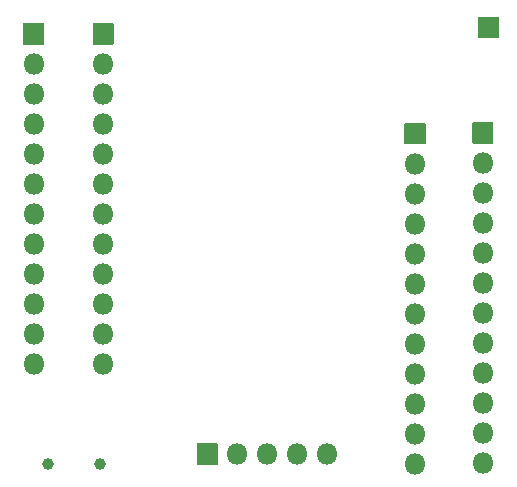
<source format=gbs>
G04 #@! TF.GenerationSoftware,KiCad,Pcbnew,5.1.7-a382d34a8~88~ubuntu18.04.1*
G04 #@! TF.CreationDate,2022-03-10T15:26:47+05:30*
G04 #@! TF.ProjectId,nrf52840_Dev_v1,6e726635-3238-4343-905f-4465765f7631,rev?*
G04 #@! TF.SameCoordinates,Original*
G04 #@! TF.FileFunction,Soldermask,Bot*
G04 #@! TF.FilePolarity,Negative*
%FSLAX46Y46*%
G04 Gerber Fmt 4.6, Leading zero omitted, Abs format (unit mm)*
G04 Created by KiCad (PCBNEW 5.1.7-a382d34a8~88~ubuntu18.04.1) date 2022-03-10 15:26:47*
%MOMM*%
%LPD*%
G01*
G04 APERTURE LIST*
%ADD10C,1.000000*%
%ADD11O,1.800000X1.800000*%
G04 APERTURE END LIST*
D10*
X92000000Y-88050000D03*
X87600000Y-88050000D03*
G36*
G01*
X124000000Y-51950000D02*
X124000000Y-50250000D01*
G75*
G02*
X124050000Y-50200000I50000J0D01*
G01*
X125750000Y-50200000D01*
G75*
G02*
X125800000Y-50250000I0J-50000D01*
G01*
X125800000Y-51950000D01*
G75*
G02*
X125750000Y-52000000I-50000J0D01*
G01*
X124050000Y-52000000D01*
G75*
G02*
X124000000Y-51950000I0J50000D01*
G01*
G37*
D11*
X111272000Y-87215600D03*
X108732000Y-87215600D03*
X106192000Y-87215600D03*
X103652000Y-87215600D03*
G36*
G01*
X101962000Y-88115600D02*
X100262000Y-88115600D01*
G75*
G02*
X100212000Y-88065600I0J50000D01*
G01*
X100212000Y-86365600D01*
G75*
G02*
X100262000Y-86315600I50000J0D01*
G01*
X101962000Y-86315600D01*
G75*
G02*
X102012000Y-86365600I0J-50000D01*
G01*
X102012000Y-88065600D01*
G75*
G02*
X101962000Y-88115600I-50000J0D01*
G01*
G37*
X118700000Y-88040000D03*
X118700000Y-85500000D03*
X118700000Y-82960000D03*
X118700000Y-80420000D03*
X118700000Y-77880000D03*
X118700000Y-75340000D03*
X118700000Y-72800000D03*
X118700000Y-70260000D03*
X118700000Y-67720000D03*
X118700000Y-65180000D03*
X118700000Y-62640000D03*
G36*
G01*
X117800000Y-60950000D02*
X117800000Y-59250000D01*
G75*
G02*
X117850000Y-59200000I50000J0D01*
G01*
X119550000Y-59200000D01*
G75*
G02*
X119600000Y-59250000I0J-50000D01*
G01*
X119600000Y-60950000D01*
G75*
G02*
X119550000Y-61000000I-50000J0D01*
G01*
X117850000Y-61000000D01*
G75*
G02*
X117800000Y-60950000I0J50000D01*
G01*
G37*
G36*
G01*
X91400000Y-52500000D02*
X91400000Y-50800000D01*
G75*
G02*
X91450000Y-50750000I50000J0D01*
G01*
X93150000Y-50750000D01*
G75*
G02*
X93200000Y-50800000I0J-50000D01*
G01*
X93200000Y-52500000D01*
G75*
G02*
X93150000Y-52550000I-50000J0D01*
G01*
X91450000Y-52550000D01*
G75*
G02*
X91400000Y-52500000I0J50000D01*
G01*
G37*
X92300000Y-54190000D03*
X92300000Y-56730000D03*
X92300000Y-59270000D03*
X92300000Y-61810000D03*
X92300000Y-64350000D03*
X92300000Y-66890000D03*
X92300000Y-69430000D03*
X92300000Y-71970000D03*
X92300000Y-74510000D03*
X92300000Y-77050000D03*
X92300000Y-79590000D03*
G36*
G01*
X123525000Y-60875000D02*
X123525000Y-59175000D01*
G75*
G02*
X123575000Y-59125000I50000J0D01*
G01*
X125275000Y-59125000D01*
G75*
G02*
X125325000Y-59175000I0J-50000D01*
G01*
X125325000Y-60875000D01*
G75*
G02*
X125275000Y-60925000I-50000J0D01*
G01*
X123575000Y-60925000D01*
G75*
G02*
X123525000Y-60875000I0J50000D01*
G01*
G37*
X124425000Y-62565000D03*
X124425000Y-65105000D03*
X124425000Y-67645000D03*
X124425000Y-70185000D03*
X124425000Y-72725000D03*
X124425000Y-75265000D03*
X124425000Y-77805000D03*
X124425000Y-80345000D03*
X124425000Y-82885000D03*
X124425000Y-85425000D03*
X124425000Y-87965000D03*
X86400000Y-79590000D03*
X86400000Y-77050000D03*
X86400000Y-74510000D03*
X86400000Y-71970000D03*
X86400000Y-69430000D03*
X86400000Y-66890000D03*
X86400000Y-64350000D03*
X86400000Y-61810000D03*
X86400000Y-59270000D03*
X86400000Y-56730000D03*
X86400000Y-54190000D03*
G36*
G01*
X85500000Y-52500000D02*
X85500000Y-50800000D01*
G75*
G02*
X85550000Y-50750000I50000J0D01*
G01*
X87250000Y-50750000D01*
G75*
G02*
X87300000Y-50800000I0J-50000D01*
G01*
X87300000Y-52500000D01*
G75*
G02*
X87250000Y-52550000I-50000J0D01*
G01*
X85550000Y-52550000D01*
G75*
G02*
X85500000Y-52500000I0J50000D01*
G01*
G37*
M02*

</source>
